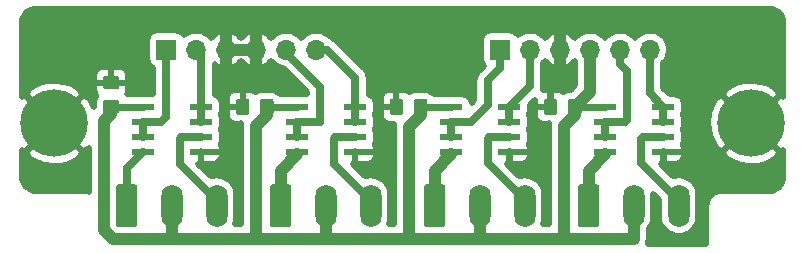
<source format=gbr>
G04 #@! TF.GenerationSoftware,KiCad,Pcbnew,(5.1.5)-3*
G04 #@! TF.CreationDate,2020-03-16T11:49:10-04:00*
G04 #@! TF.ProjectId,Step_Direction_Board,53746570-5f44-4697-9265-6374696f6e5f,rev?*
G04 #@! TF.SameCoordinates,PX7270e00PY78a3ca0*
G04 #@! TF.FileFunction,Copper,L2,Bot*
G04 #@! TF.FilePolarity,Positive*
%FSLAX46Y46*%
G04 Gerber Fmt 4.6, Leading zero omitted, Abs format (unit mm)*
G04 Created by KiCad (PCBNEW (5.1.5)-3) date 2020-03-16 11:49:10*
%MOMM*%
%LPD*%
G04 APERTURE LIST*
%ADD10O,1.700000X1.700000*%
%ADD11R,1.700000X1.700000*%
%ADD12C,0.100000*%
%ADD13R,1.981200X0.558800*%
%ADD14O,1.800000X3.600000*%
%ADD15C,5.700000*%
%ADD16C,1.000000*%
%ADD17C,0.700000*%
%ADD18C,0.600000*%
%ADD19C,0.500000*%
G04 APERTURE END LIST*
D10*
X25200000Y17250000D03*
X22660000Y17250000D03*
X20120000Y17250000D03*
X17580000Y17250000D03*
X15040000Y17250000D03*
D11*
X12500000Y17250000D03*
D10*
X53450000Y17250000D03*
X50910000Y17250000D03*
X48370000Y17250000D03*
X45830000Y17250000D03*
X43290000Y17250000D03*
D11*
X40750000Y17250000D03*
G04 #@! TA.AperFunction,SMDPad,CuDef*
D12*
G36*
X34374505Y13098796D02*
G01*
X34398773Y13095196D01*
X34422572Y13089235D01*
X34445671Y13080970D01*
X34467850Y13070480D01*
X34488893Y13057868D01*
X34508599Y13043253D01*
X34526777Y13026777D01*
X34543253Y13008599D01*
X34557868Y12988893D01*
X34570480Y12967850D01*
X34580970Y12945671D01*
X34589235Y12922572D01*
X34595196Y12898773D01*
X34598796Y12874505D01*
X34600000Y12850001D01*
X34600000Y11949999D01*
X34598796Y11925495D01*
X34595196Y11901227D01*
X34589235Y11877428D01*
X34580970Y11854329D01*
X34570480Y11832150D01*
X34557868Y11811107D01*
X34543253Y11791401D01*
X34526777Y11773223D01*
X34508599Y11756747D01*
X34488893Y11742132D01*
X34467850Y11729520D01*
X34445671Y11719030D01*
X34422572Y11710765D01*
X34398773Y11704804D01*
X34374505Y11701204D01*
X34350001Y11700000D01*
X33699999Y11700000D01*
X33675495Y11701204D01*
X33651227Y11704804D01*
X33627428Y11710765D01*
X33604329Y11719030D01*
X33582150Y11729520D01*
X33561107Y11742132D01*
X33541401Y11756747D01*
X33523223Y11773223D01*
X33506747Y11791401D01*
X33492132Y11811107D01*
X33479520Y11832150D01*
X33469030Y11854329D01*
X33460765Y11877428D01*
X33454804Y11901227D01*
X33451204Y11925495D01*
X33450000Y11949999D01*
X33450000Y12850001D01*
X33451204Y12874505D01*
X33454804Y12898773D01*
X33460765Y12922572D01*
X33469030Y12945671D01*
X33479520Y12967850D01*
X33492132Y12988893D01*
X33506747Y13008599D01*
X33523223Y13026777D01*
X33541401Y13043253D01*
X33561107Y13057868D01*
X33582150Y13070480D01*
X33604329Y13080970D01*
X33627428Y13089235D01*
X33651227Y13095196D01*
X33675495Y13098796D01*
X33699999Y13100000D01*
X34350001Y13100000D01*
X34374505Y13098796D01*
G37*
G04 #@! TD.AperFunction*
G04 #@! TA.AperFunction,SMDPad,CuDef*
G36*
X32324505Y13098796D02*
G01*
X32348773Y13095196D01*
X32372572Y13089235D01*
X32395671Y13080970D01*
X32417850Y13070480D01*
X32438893Y13057868D01*
X32458599Y13043253D01*
X32476777Y13026777D01*
X32493253Y13008599D01*
X32507868Y12988893D01*
X32520480Y12967850D01*
X32530970Y12945671D01*
X32539235Y12922572D01*
X32545196Y12898773D01*
X32548796Y12874505D01*
X32550000Y12850001D01*
X32550000Y11949999D01*
X32548796Y11925495D01*
X32545196Y11901227D01*
X32539235Y11877428D01*
X32530970Y11854329D01*
X32520480Y11832150D01*
X32507868Y11811107D01*
X32493253Y11791401D01*
X32476777Y11773223D01*
X32458599Y11756747D01*
X32438893Y11742132D01*
X32417850Y11729520D01*
X32395671Y11719030D01*
X32372572Y11710765D01*
X32348773Y11704804D01*
X32324505Y11701204D01*
X32300001Y11700000D01*
X31649999Y11700000D01*
X31625495Y11701204D01*
X31601227Y11704804D01*
X31577428Y11710765D01*
X31554329Y11719030D01*
X31532150Y11729520D01*
X31511107Y11742132D01*
X31491401Y11756747D01*
X31473223Y11773223D01*
X31456747Y11791401D01*
X31442132Y11811107D01*
X31429520Y11832150D01*
X31419030Y11854329D01*
X31410765Y11877428D01*
X31404804Y11901227D01*
X31401204Y11925495D01*
X31400000Y11949999D01*
X31400000Y12850001D01*
X31401204Y12874505D01*
X31404804Y12898773D01*
X31410765Y12922572D01*
X31419030Y12945671D01*
X31429520Y12967850D01*
X31442132Y12988893D01*
X31456747Y13008599D01*
X31473223Y13026777D01*
X31491401Y13043253D01*
X31511107Y13057868D01*
X31532150Y13070480D01*
X31554329Y13080970D01*
X31577428Y13089235D01*
X31601227Y13095196D01*
X31625495Y13098796D01*
X31649999Y13100000D01*
X32300001Y13100000D01*
X32324505Y13098796D01*
G37*
G04 #@! TD.AperFunction*
D13*
X36616200Y12405000D03*
X36616200Y11135000D03*
X36616200Y9865000D03*
X36616200Y8595000D03*
X41543800Y8595000D03*
X41543800Y9865000D03*
X41543800Y11135000D03*
X41543800Y12405000D03*
G04 #@! TA.AperFunction,SMDPad,CuDef*
D12*
G36*
X47424505Y13098796D02*
G01*
X47448773Y13095196D01*
X47472572Y13089235D01*
X47495671Y13080970D01*
X47517850Y13070480D01*
X47538893Y13057868D01*
X47558599Y13043253D01*
X47576777Y13026777D01*
X47593253Y13008599D01*
X47607868Y12988893D01*
X47620480Y12967850D01*
X47630970Y12945671D01*
X47639235Y12922572D01*
X47645196Y12898773D01*
X47648796Y12874505D01*
X47650000Y12850001D01*
X47650000Y11949999D01*
X47648796Y11925495D01*
X47645196Y11901227D01*
X47639235Y11877428D01*
X47630970Y11854329D01*
X47620480Y11832150D01*
X47607868Y11811107D01*
X47593253Y11791401D01*
X47576777Y11773223D01*
X47558599Y11756747D01*
X47538893Y11742132D01*
X47517850Y11729520D01*
X47495671Y11719030D01*
X47472572Y11710765D01*
X47448773Y11704804D01*
X47424505Y11701204D01*
X47400001Y11700000D01*
X46749999Y11700000D01*
X46725495Y11701204D01*
X46701227Y11704804D01*
X46677428Y11710765D01*
X46654329Y11719030D01*
X46632150Y11729520D01*
X46611107Y11742132D01*
X46591401Y11756747D01*
X46573223Y11773223D01*
X46556747Y11791401D01*
X46542132Y11811107D01*
X46529520Y11832150D01*
X46519030Y11854329D01*
X46510765Y11877428D01*
X46504804Y11901227D01*
X46501204Y11925495D01*
X46500000Y11949999D01*
X46500000Y12850001D01*
X46501204Y12874505D01*
X46504804Y12898773D01*
X46510765Y12922572D01*
X46519030Y12945671D01*
X46529520Y12967850D01*
X46542132Y12988893D01*
X46556747Y13008599D01*
X46573223Y13026777D01*
X46591401Y13043253D01*
X46611107Y13057868D01*
X46632150Y13070480D01*
X46654329Y13080970D01*
X46677428Y13089235D01*
X46701227Y13095196D01*
X46725495Y13098796D01*
X46749999Y13100000D01*
X47400001Y13100000D01*
X47424505Y13098796D01*
G37*
G04 #@! TD.AperFunction*
G04 #@! TA.AperFunction,SMDPad,CuDef*
G36*
X45374505Y13098796D02*
G01*
X45398773Y13095196D01*
X45422572Y13089235D01*
X45445671Y13080970D01*
X45467850Y13070480D01*
X45488893Y13057868D01*
X45508599Y13043253D01*
X45526777Y13026777D01*
X45543253Y13008599D01*
X45557868Y12988893D01*
X45570480Y12967850D01*
X45580970Y12945671D01*
X45589235Y12922572D01*
X45595196Y12898773D01*
X45598796Y12874505D01*
X45600000Y12850001D01*
X45600000Y11949999D01*
X45598796Y11925495D01*
X45595196Y11901227D01*
X45589235Y11877428D01*
X45580970Y11854329D01*
X45570480Y11832150D01*
X45557868Y11811107D01*
X45543253Y11791401D01*
X45526777Y11773223D01*
X45508599Y11756747D01*
X45488893Y11742132D01*
X45467850Y11729520D01*
X45445671Y11719030D01*
X45422572Y11710765D01*
X45398773Y11704804D01*
X45374505Y11701204D01*
X45350001Y11700000D01*
X44699999Y11700000D01*
X44675495Y11701204D01*
X44651227Y11704804D01*
X44627428Y11710765D01*
X44604329Y11719030D01*
X44582150Y11729520D01*
X44561107Y11742132D01*
X44541401Y11756747D01*
X44523223Y11773223D01*
X44506747Y11791401D01*
X44492132Y11811107D01*
X44479520Y11832150D01*
X44469030Y11854329D01*
X44460765Y11877428D01*
X44454804Y11901227D01*
X44451204Y11925495D01*
X44450000Y11949999D01*
X44450000Y12850001D01*
X44451204Y12874505D01*
X44454804Y12898773D01*
X44460765Y12922572D01*
X44469030Y12945671D01*
X44479520Y12967850D01*
X44492132Y12988893D01*
X44506747Y13008599D01*
X44523223Y13026777D01*
X44541401Y13043253D01*
X44561107Y13057868D01*
X44582150Y13070480D01*
X44604329Y13080970D01*
X44627428Y13089235D01*
X44651227Y13095196D01*
X44675495Y13098796D01*
X44699999Y13100000D01*
X45350001Y13100000D01*
X45374505Y13098796D01*
G37*
G04 #@! TD.AperFunction*
G04 #@! TA.AperFunction,SMDPad,CuDef*
G36*
X21349505Y13098796D02*
G01*
X21373773Y13095196D01*
X21397572Y13089235D01*
X21420671Y13080970D01*
X21442850Y13070480D01*
X21463893Y13057868D01*
X21483599Y13043253D01*
X21501777Y13026777D01*
X21518253Y13008599D01*
X21532868Y12988893D01*
X21545480Y12967850D01*
X21555970Y12945671D01*
X21564235Y12922572D01*
X21570196Y12898773D01*
X21573796Y12874505D01*
X21575000Y12850001D01*
X21575000Y11949999D01*
X21573796Y11925495D01*
X21570196Y11901227D01*
X21564235Y11877428D01*
X21555970Y11854329D01*
X21545480Y11832150D01*
X21532868Y11811107D01*
X21518253Y11791401D01*
X21501777Y11773223D01*
X21483599Y11756747D01*
X21463893Y11742132D01*
X21442850Y11729520D01*
X21420671Y11719030D01*
X21397572Y11710765D01*
X21373773Y11704804D01*
X21349505Y11701204D01*
X21325001Y11700000D01*
X20674999Y11700000D01*
X20650495Y11701204D01*
X20626227Y11704804D01*
X20602428Y11710765D01*
X20579329Y11719030D01*
X20557150Y11729520D01*
X20536107Y11742132D01*
X20516401Y11756747D01*
X20498223Y11773223D01*
X20481747Y11791401D01*
X20467132Y11811107D01*
X20454520Y11832150D01*
X20444030Y11854329D01*
X20435765Y11877428D01*
X20429804Y11901227D01*
X20426204Y11925495D01*
X20425000Y11949999D01*
X20425000Y12850001D01*
X20426204Y12874505D01*
X20429804Y12898773D01*
X20435765Y12922572D01*
X20444030Y12945671D01*
X20454520Y12967850D01*
X20467132Y12988893D01*
X20481747Y13008599D01*
X20498223Y13026777D01*
X20516401Y13043253D01*
X20536107Y13057868D01*
X20557150Y13070480D01*
X20579329Y13080970D01*
X20602428Y13089235D01*
X20626227Y13095196D01*
X20650495Y13098796D01*
X20674999Y13100000D01*
X21325001Y13100000D01*
X21349505Y13098796D01*
G37*
G04 #@! TD.AperFunction*
G04 #@! TA.AperFunction,SMDPad,CuDef*
G36*
X19299505Y13098796D02*
G01*
X19323773Y13095196D01*
X19347572Y13089235D01*
X19370671Y13080970D01*
X19392850Y13070480D01*
X19413893Y13057868D01*
X19433599Y13043253D01*
X19451777Y13026777D01*
X19468253Y13008599D01*
X19482868Y12988893D01*
X19495480Y12967850D01*
X19505970Y12945671D01*
X19514235Y12922572D01*
X19520196Y12898773D01*
X19523796Y12874505D01*
X19525000Y12850001D01*
X19525000Y11949999D01*
X19523796Y11925495D01*
X19520196Y11901227D01*
X19514235Y11877428D01*
X19505970Y11854329D01*
X19495480Y11832150D01*
X19482868Y11811107D01*
X19468253Y11791401D01*
X19451777Y11773223D01*
X19433599Y11756747D01*
X19413893Y11742132D01*
X19392850Y11729520D01*
X19370671Y11719030D01*
X19347572Y11710765D01*
X19323773Y11704804D01*
X19299505Y11701204D01*
X19275001Y11700000D01*
X18624999Y11700000D01*
X18600495Y11701204D01*
X18576227Y11704804D01*
X18552428Y11710765D01*
X18529329Y11719030D01*
X18507150Y11729520D01*
X18486107Y11742132D01*
X18466401Y11756747D01*
X18448223Y11773223D01*
X18431747Y11791401D01*
X18417132Y11811107D01*
X18404520Y11832150D01*
X18394030Y11854329D01*
X18385765Y11877428D01*
X18379804Y11901227D01*
X18376204Y11925495D01*
X18375000Y11949999D01*
X18375000Y12850001D01*
X18376204Y12874505D01*
X18379804Y12898773D01*
X18385765Y12922572D01*
X18394030Y12945671D01*
X18404520Y12967850D01*
X18417132Y12988893D01*
X18431747Y13008599D01*
X18448223Y13026777D01*
X18466401Y13043253D01*
X18486107Y13057868D01*
X18507150Y13070480D01*
X18529329Y13080970D01*
X18552428Y13089235D01*
X18576227Y13095196D01*
X18600495Y13098796D01*
X18624999Y13100000D01*
X19275001Y13100000D01*
X19299505Y13098796D01*
G37*
G04 #@! TD.AperFunction*
G04 #@! TA.AperFunction,SMDPad,CuDef*
G36*
X8299505Y12973796D02*
G01*
X8323773Y12970196D01*
X8347572Y12964235D01*
X8370671Y12955970D01*
X8392850Y12945480D01*
X8413893Y12932868D01*
X8433599Y12918253D01*
X8451777Y12901777D01*
X8468253Y12883599D01*
X8482868Y12863893D01*
X8495480Y12842850D01*
X8505970Y12820671D01*
X8514235Y12797572D01*
X8520196Y12773773D01*
X8523796Y12749505D01*
X8525000Y12725001D01*
X8525000Y12074999D01*
X8523796Y12050495D01*
X8520196Y12026227D01*
X8514235Y12002428D01*
X8505970Y11979329D01*
X8495480Y11957150D01*
X8482868Y11936107D01*
X8468253Y11916401D01*
X8451777Y11898223D01*
X8433599Y11881747D01*
X8413893Y11867132D01*
X8392850Y11854520D01*
X8370671Y11844030D01*
X8347572Y11835765D01*
X8323773Y11829804D01*
X8299505Y11826204D01*
X8275001Y11825000D01*
X7374999Y11825000D01*
X7350495Y11826204D01*
X7326227Y11829804D01*
X7302428Y11835765D01*
X7279329Y11844030D01*
X7257150Y11854520D01*
X7236107Y11867132D01*
X7216401Y11881747D01*
X7198223Y11898223D01*
X7181747Y11916401D01*
X7167132Y11936107D01*
X7154520Y11957150D01*
X7144030Y11979329D01*
X7135765Y12002428D01*
X7129804Y12026227D01*
X7126204Y12050495D01*
X7125000Y12074999D01*
X7125000Y12725001D01*
X7126204Y12749505D01*
X7129804Y12773773D01*
X7135765Y12797572D01*
X7144030Y12820671D01*
X7154520Y12842850D01*
X7167132Y12863893D01*
X7181747Y12883599D01*
X7198223Y12901777D01*
X7216401Y12918253D01*
X7236107Y12932868D01*
X7257150Y12945480D01*
X7279329Y12955970D01*
X7302428Y12964235D01*
X7326227Y12970196D01*
X7350495Y12973796D01*
X7374999Y12975000D01*
X8275001Y12975000D01*
X8299505Y12973796D01*
G37*
G04 #@! TD.AperFunction*
G04 #@! TA.AperFunction,SMDPad,CuDef*
G36*
X8299505Y15023796D02*
G01*
X8323773Y15020196D01*
X8347572Y15014235D01*
X8370671Y15005970D01*
X8392850Y14995480D01*
X8413893Y14982868D01*
X8433599Y14968253D01*
X8451777Y14951777D01*
X8468253Y14933599D01*
X8482868Y14913893D01*
X8495480Y14892850D01*
X8505970Y14870671D01*
X8514235Y14847572D01*
X8520196Y14823773D01*
X8523796Y14799505D01*
X8525000Y14775001D01*
X8525000Y14124999D01*
X8523796Y14100495D01*
X8520196Y14076227D01*
X8514235Y14052428D01*
X8505970Y14029329D01*
X8495480Y14007150D01*
X8482868Y13986107D01*
X8468253Y13966401D01*
X8451777Y13948223D01*
X8433599Y13931747D01*
X8413893Y13917132D01*
X8392850Y13904520D01*
X8370671Y13894030D01*
X8347572Y13885765D01*
X8323773Y13879804D01*
X8299505Y13876204D01*
X8275001Y13875000D01*
X7374999Y13875000D01*
X7350495Y13876204D01*
X7326227Y13879804D01*
X7302428Y13885765D01*
X7279329Y13894030D01*
X7257150Y13904520D01*
X7236107Y13917132D01*
X7216401Y13931747D01*
X7198223Y13948223D01*
X7181747Y13966401D01*
X7167132Y13986107D01*
X7154520Y14007150D01*
X7144030Y14029329D01*
X7135765Y14052428D01*
X7129804Y14076227D01*
X7126204Y14100495D01*
X7125000Y14124999D01*
X7125000Y14775001D01*
X7126204Y14799505D01*
X7129804Y14823773D01*
X7135765Y14847572D01*
X7144030Y14870671D01*
X7154520Y14892850D01*
X7167132Y14913893D01*
X7181747Y14933599D01*
X7198223Y14951777D01*
X7216401Y14968253D01*
X7236107Y14982868D01*
X7257150Y14995480D01*
X7279329Y15005970D01*
X7302428Y15014235D01*
X7326227Y15020196D01*
X7350495Y15023796D01*
X7374999Y15025000D01*
X8275001Y15025000D01*
X8299505Y15023796D01*
G37*
G04 #@! TD.AperFunction*
D14*
X42831055Y4036653D03*
X39021055Y4036653D03*
G04 #@! TA.AperFunction,ComponentPad*
D12*
G36*
X35885559Y5835449D02*
G01*
X35909828Y5831849D01*
X35933626Y5825888D01*
X35956726Y5817623D01*
X35978904Y5807133D01*
X35999948Y5794520D01*
X36019653Y5779906D01*
X36037832Y5763430D01*
X36054308Y5745251D01*
X36068922Y5725546D01*
X36081535Y5704502D01*
X36092025Y5682324D01*
X36100290Y5659224D01*
X36106251Y5635426D01*
X36109851Y5611157D01*
X36111055Y5586653D01*
X36111055Y2486653D01*
X36109851Y2462149D01*
X36106251Y2437880D01*
X36100290Y2414082D01*
X36092025Y2390982D01*
X36081535Y2368804D01*
X36068922Y2347760D01*
X36054308Y2328055D01*
X36037832Y2309876D01*
X36019653Y2293400D01*
X35999948Y2278786D01*
X35978904Y2266173D01*
X35956726Y2255683D01*
X35933626Y2247418D01*
X35909828Y2241457D01*
X35885559Y2237857D01*
X35861055Y2236653D01*
X34561055Y2236653D01*
X34536551Y2237857D01*
X34512282Y2241457D01*
X34488484Y2247418D01*
X34465384Y2255683D01*
X34443206Y2266173D01*
X34422162Y2278786D01*
X34402457Y2293400D01*
X34384278Y2309876D01*
X34367802Y2328055D01*
X34353188Y2347760D01*
X34340575Y2368804D01*
X34330085Y2390982D01*
X34321820Y2414082D01*
X34315859Y2437880D01*
X34312259Y2462149D01*
X34311055Y2486653D01*
X34311055Y5586653D01*
X34312259Y5611157D01*
X34315859Y5635426D01*
X34321820Y5659224D01*
X34330085Y5682324D01*
X34340575Y5704502D01*
X34353188Y5725546D01*
X34367802Y5745251D01*
X34384278Y5763430D01*
X34402457Y5779906D01*
X34422162Y5794520D01*
X34443206Y5807133D01*
X34465384Y5817623D01*
X34488484Y5825888D01*
X34512282Y5831849D01*
X34536551Y5835449D01*
X34561055Y5836653D01*
X35861055Y5836653D01*
X35885559Y5835449D01*
G37*
G04 #@! TD.AperFunction*
D14*
X55871055Y4036653D03*
X52061055Y4036653D03*
G04 #@! TA.AperFunction,ComponentPad*
D12*
G36*
X48925559Y5835449D02*
G01*
X48949828Y5831849D01*
X48973626Y5825888D01*
X48996726Y5817623D01*
X49018904Y5807133D01*
X49039948Y5794520D01*
X49059653Y5779906D01*
X49077832Y5763430D01*
X49094308Y5745251D01*
X49108922Y5725546D01*
X49121535Y5704502D01*
X49132025Y5682324D01*
X49140290Y5659224D01*
X49146251Y5635426D01*
X49149851Y5611157D01*
X49151055Y5586653D01*
X49151055Y2486653D01*
X49149851Y2462149D01*
X49146251Y2437880D01*
X49140290Y2414082D01*
X49132025Y2390982D01*
X49121535Y2368804D01*
X49108922Y2347760D01*
X49094308Y2328055D01*
X49077832Y2309876D01*
X49059653Y2293400D01*
X49039948Y2278786D01*
X49018904Y2266173D01*
X48996726Y2255683D01*
X48973626Y2247418D01*
X48949828Y2241457D01*
X48925559Y2237857D01*
X48901055Y2236653D01*
X47601055Y2236653D01*
X47576551Y2237857D01*
X47552282Y2241457D01*
X47528484Y2247418D01*
X47505384Y2255683D01*
X47483206Y2266173D01*
X47462162Y2278786D01*
X47442457Y2293400D01*
X47424278Y2309876D01*
X47407802Y2328055D01*
X47393188Y2347760D01*
X47380575Y2368804D01*
X47370085Y2390982D01*
X47361820Y2414082D01*
X47355859Y2437880D01*
X47352259Y2462149D01*
X47351055Y2486653D01*
X47351055Y5586653D01*
X47352259Y5611157D01*
X47355859Y5635426D01*
X47361820Y5659224D01*
X47370085Y5682324D01*
X47380575Y5704502D01*
X47393188Y5725546D01*
X47407802Y5745251D01*
X47424278Y5763430D01*
X47442457Y5779906D01*
X47462162Y5794520D01*
X47483206Y5807133D01*
X47505384Y5817623D01*
X47528484Y5825888D01*
X47552282Y5831849D01*
X47576551Y5835449D01*
X47601055Y5836653D01*
X48901055Y5836653D01*
X48925559Y5835449D01*
G37*
G04 #@! TD.AperFunction*
D14*
X29791055Y4036653D03*
X25981055Y4036653D03*
G04 #@! TA.AperFunction,ComponentPad*
D12*
G36*
X22845559Y5835449D02*
G01*
X22869828Y5831849D01*
X22893626Y5825888D01*
X22916726Y5817623D01*
X22938904Y5807133D01*
X22959948Y5794520D01*
X22979653Y5779906D01*
X22997832Y5763430D01*
X23014308Y5745251D01*
X23028922Y5725546D01*
X23041535Y5704502D01*
X23052025Y5682324D01*
X23060290Y5659224D01*
X23066251Y5635426D01*
X23069851Y5611157D01*
X23071055Y5586653D01*
X23071055Y2486653D01*
X23069851Y2462149D01*
X23066251Y2437880D01*
X23060290Y2414082D01*
X23052025Y2390982D01*
X23041535Y2368804D01*
X23028922Y2347760D01*
X23014308Y2328055D01*
X22997832Y2309876D01*
X22979653Y2293400D01*
X22959948Y2278786D01*
X22938904Y2266173D01*
X22916726Y2255683D01*
X22893626Y2247418D01*
X22869828Y2241457D01*
X22845559Y2237857D01*
X22821055Y2236653D01*
X21521055Y2236653D01*
X21496551Y2237857D01*
X21472282Y2241457D01*
X21448484Y2247418D01*
X21425384Y2255683D01*
X21403206Y2266173D01*
X21382162Y2278786D01*
X21362457Y2293400D01*
X21344278Y2309876D01*
X21327802Y2328055D01*
X21313188Y2347760D01*
X21300575Y2368804D01*
X21290085Y2390982D01*
X21281820Y2414082D01*
X21275859Y2437880D01*
X21272259Y2462149D01*
X21271055Y2486653D01*
X21271055Y5586653D01*
X21272259Y5611157D01*
X21275859Y5635426D01*
X21281820Y5659224D01*
X21290085Y5682324D01*
X21300575Y5704502D01*
X21313188Y5725546D01*
X21327802Y5745251D01*
X21344278Y5763430D01*
X21362457Y5779906D01*
X21382162Y5794520D01*
X21403206Y5807133D01*
X21425384Y5817623D01*
X21448484Y5825888D01*
X21472282Y5831849D01*
X21496551Y5835449D01*
X21521055Y5836653D01*
X22821055Y5836653D01*
X22845559Y5835449D01*
G37*
G04 #@! TD.AperFunction*
D14*
X16751055Y4036653D03*
X12941055Y4036653D03*
G04 #@! TA.AperFunction,ComponentPad*
D12*
G36*
X9805559Y5835449D02*
G01*
X9829828Y5831849D01*
X9853626Y5825888D01*
X9876726Y5817623D01*
X9898904Y5807133D01*
X9919948Y5794520D01*
X9939653Y5779906D01*
X9957832Y5763430D01*
X9974308Y5745251D01*
X9988922Y5725546D01*
X10001535Y5704502D01*
X10012025Y5682324D01*
X10020290Y5659224D01*
X10026251Y5635426D01*
X10029851Y5611157D01*
X10031055Y5586653D01*
X10031055Y2486653D01*
X10029851Y2462149D01*
X10026251Y2437880D01*
X10020290Y2414082D01*
X10012025Y2390982D01*
X10001535Y2368804D01*
X9988922Y2347760D01*
X9974308Y2328055D01*
X9957832Y2309876D01*
X9939653Y2293400D01*
X9919948Y2278786D01*
X9898904Y2266173D01*
X9876726Y2255683D01*
X9853626Y2247418D01*
X9829828Y2241457D01*
X9805559Y2237857D01*
X9781055Y2236653D01*
X8481055Y2236653D01*
X8456551Y2237857D01*
X8432282Y2241457D01*
X8408484Y2247418D01*
X8385384Y2255683D01*
X8363206Y2266173D01*
X8342162Y2278786D01*
X8322457Y2293400D01*
X8304278Y2309876D01*
X8287802Y2328055D01*
X8273188Y2347760D01*
X8260575Y2368804D01*
X8250085Y2390982D01*
X8241820Y2414082D01*
X8235859Y2437880D01*
X8232259Y2462149D01*
X8231055Y2486653D01*
X8231055Y5586653D01*
X8232259Y5611157D01*
X8235859Y5635426D01*
X8241820Y5659224D01*
X8250085Y5682324D01*
X8260575Y5704502D01*
X8273188Y5725546D01*
X8287802Y5745251D01*
X8304278Y5763430D01*
X8322457Y5779906D01*
X8342162Y5794520D01*
X8363206Y5807133D01*
X8385384Y5817623D01*
X8408484Y5825888D01*
X8432282Y5831849D01*
X8456551Y5835449D01*
X8481055Y5836653D01*
X9781055Y5836653D01*
X9805559Y5835449D01*
G37*
G04 #@! TD.AperFunction*
D13*
X49656200Y12405000D03*
X49656200Y11135000D03*
X49656200Y9865000D03*
X49656200Y8595000D03*
X54583800Y8595000D03*
X54583800Y9865000D03*
X54583800Y11135000D03*
X54583800Y12405000D03*
X23576200Y12405000D03*
X23576200Y11135000D03*
X23576200Y9865000D03*
X23576200Y8595000D03*
X28503800Y8595000D03*
X28503800Y9865000D03*
X28503800Y11135000D03*
X28503800Y12405000D03*
X10536200Y12405000D03*
X10536200Y11135000D03*
X10536200Y9865000D03*
X10536200Y8595000D03*
X15463800Y8595000D03*
X15463800Y9865000D03*
X15463800Y11135000D03*
X15463800Y12405000D03*
D15*
X62000000Y11000000D03*
X3000000Y11000000D03*
D16*
X12951065Y1226643D02*
X12941055Y1236653D01*
X12941055Y1236653D02*
X12941055Y4036653D01*
X25981055Y4036653D02*
X25981055Y1226643D01*
X39021055Y4036653D02*
X39021055Y1226643D01*
D17*
X47005000Y12405000D02*
X47000000Y12400000D01*
D16*
X12931045Y1226643D02*
X12941055Y1236653D01*
X7959139Y1226643D02*
X12931045Y1226643D01*
X7221045Y1964737D02*
X7959139Y1226643D01*
X7221045Y11221045D02*
X7221045Y1964737D01*
X7825000Y11825000D02*
X7221045Y11221045D01*
X7825000Y12400000D02*
X7825000Y11825000D01*
X34025000Y11700000D02*
X34025000Y12400000D01*
X33048357Y10723357D02*
X34025000Y11700000D01*
X33048357Y1226643D02*
X33048357Y10723357D01*
X33048357Y1226643D02*
X21276643Y1226643D01*
X47075000Y11700000D02*
X47075000Y12400000D01*
X46176643Y10801643D02*
X47075000Y11700000D01*
X46176643Y1226643D02*
X46176643Y10801643D01*
X46176643Y1226643D02*
X33048357Y1226643D01*
X21000000Y11700000D02*
X21000000Y12400000D01*
X20076643Y1226643D02*
X20076643Y10776643D01*
X20076643Y1226643D02*
X12951065Y1226643D01*
X20076643Y10776643D02*
X21000000Y11700000D01*
X21276643Y1226643D02*
X20076643Y1226643D01*
X52061055Y1226643D02*
X52061055Y4036653D01*
X46176643Y1226643D02*
X52061055Y1226643D01*
X48370000Y13695000D02*
X47075000Y12400000D01*
X48370000Y17250000D02*
X48370000Y13695000D01*
D18*
X7830000Y12405000D02*
X7825000Y12400000D01*
X10536200Y12405000D02*
X7830000Y12405000D01*
X21005000Y12405000D02*
X21000000Y12400000D01*
X23576200Y12405000D02*
X21005000Y12405000D01*
X34030000Y12405000D02*
X34025000Y12400000D01*
X36616200Y12405000D02*
X34030000Y12405000D01*
X47080000Y12405000D02*
X47075000Y12400000D01*
X49656200Y12405000D02*
X47080000Y12405000D01*
D16*
X20120000Y17250000D02*
X20120000Y19500000D01*
X20120000Y17250000D02*
X20120000Y15500000D01*
X17580000Y17250000D02*
X17580000Y19500000D01*
X17580000Y17250000D02*
X17580000Y15500000D01*
X20120000Y17250000D02*
X17580000Y17250000D01*
X45830000Y17250000D02*
X45830000Y19000000D01*
X45830000Y17250000D02*
X45830000Y15500000D01*
D17*
X23576200Y11135000D02*
X23576200Y9865000D01*
X28503800Y12405000D02*
X28503800Y11135000D01*
X15463800Y11135000D02*
X15463800Y12405000D01*
X10536200Y9865000D02*
X10536200Y11135000D01*
X41543800Y12405000D02*
X41543800Y11135000D01*
X36616200Y11135000D02*
X36616200Y9865000D01*
X13613199Y9704999D02*
X13773200Y9865000D01*
X13773200Y9865000D02*
X15463800Y9865000D01*
X16751055Y4448945D02*
X13613199Y7586801D01*
X13613199Y7586801D02*
X13613199Y9704999D01*
X16751055Y4036653D02*
X16751055Y4448945D01*
X26653199Y7596801D02*
X26653199Y9704999D01*
X26813200Y9865000D02*
X28503800Y9865000D01*
X26653199Y9704999D02*
X26813200Y9865000D01*
X29791055Y4458945D02*
X26653199Y7596801D01*
X29791055Y4036653D02*
X29791055Y4458945D01*
X39853200Y9865000D02*
X41543800Y9865000D01*
X39693199Y9704999D02*
X39853200Y9865000D01*
X39693199Y7627599D02*
X39693199Y9704999D01*
X42831055Y4489743D02*
X39693199Y7627599D01*
X42831055Y4036653D02*
X42831055Y4489743D01*
X52893200Y9865000D02*
X54583800Y9865000D01*
X52716811Y9688611D02*
X52893200Y9865000D01*
X52716811Y7608189D02*
X52716811Y9688611D01*
X55871055Y4036653D02*
X55871055Y4453945D01*
X55871055Y4453945D02*
X52716811Y7608189D01*
X9131055Y7189855D02*
X10536200Y8595000D01*
X9131055Y4036653D02*
X9131055Y7189855D01*
D16*
X22171055Y6969246D02*
X23576200Y8374391D01*
X22171055Y4036653D02*
X22171055Y6969246D01*
X35211055Y6969246D02*
X36616200Y8374391D01*
X35211055Y4036653D02*
X35211055Y6969246D01*
X48251055Y6969246D02*
X49656200Y8374391D01*
X48251055Y4036653D02*
X48251055Y6969246D01*
D17*
X53450000Y13538800D02*
X54583800Y12405000D01*
X53450000Y17250000D02*
X53450000Y13538800D01*
X54583800Y12405000D02*
X54583800Y11135000D01*
X51346800Y11135000D02*
X49656200Y11135000D01*
X51506801Y15451118D02*
X51506801Y11295001D01*
X50910000Y16047919D02*
X51506801Y15451118D01*
X51506801Y11295001D02*
X51346800Y11135000D01*
X50910000Y17250000D02*
X50910000Y16047919D01*
X49656200Y11135000D02*
X49656200Y9865000D01*
X43290000Y14151200D02*
X43290000Y17250000D01*
X41543800Y12405000D02*
X43290000Y14151200D01*
X38306800Y11135000D02*
X36616200Y11135000D01*
X39693199Y14643199D02*
X39693199Y12521399D01*
X40750000Y15700000D02*
X39693199Y14643199D01*
X39693199Y12521399D02*
X38306800Y11135000D01*
X40750000Y17250000D02*
X40750000Y15700000D01*
X28503800Y12405000D02*
X28503800Y14500000D01*
X28503800Y14858281D02*
X28503800Y14500000D01*
X26112081Y17250000D02*
X28503800Y14858281D01*
X24910000Y17250000D02*
X26112081Y17250000D01*
X25500000Y14120000D02*
X22370000Y17250000D01*
X23576200Y11135000D02*
X25500000Y11135000D01*
X25500000Y11135000D02*
X25500000Y14120000D01*
X15463800Y16826200D02*
X15040000Y17250000D01*
X15463800Y12405000D02*
X15463800Y16826200D01*
X12500000Y15700000D02*
X12500000Y17250000D01*
X12500000Y11550798D02*
X12500000Y15700000D01*
X12084202Y11135000D02*
X12500000Y11550798D01*
X10536200Y11135000D02*
X12084202Y11135000D01*
D19*
G36*
X63735260Y20688168D02*
G01*
X63961568Y20619842D01*
X64170288Y20508863D01*
X64353478Y20359456D01*
X64504162Y20177312D01*
X64616592Y19969376D01*
X64686496Y19743553D01*
X64715001Y19472344D01*
X64715001Y13260341D01*
X64434189Y13427118D01*
X62007071Y11000000D01*
X64434189Y8572882D01*
X64715000Y8739659D01*
X64715000Y6538388D01*
X64688168Y6264738D01*
X64619843Y6038435D01*
X64508864Y5829712D01*
X64359458Y5646523D01*
X64177314Y5495841D01*
X63969377Y5383409D01*
X63743552Y5313504D01*
X63472353Y5285000D01*
X59461439Y5285000D01*
X59428305Y5281736D01*
X59425364Y5281757D01*
X59414456Y5280688D01*
X59366691Y5275668D01*
X59346113Y5273641D01*
X59345427Y5273433D01*
X59317407Y5270488D01*
X59247691Y5256178D01*
X59177824Y5242849D01*
X59167331Y5239682D01*
X59074112Y5210826D01*
X59008464Y5183230D01*
X58942551Y5156599D01*
X58932881Y5151458D01*
X58932878Y5151457D01*
X58932876Y5151455D01*
X58932873Y5151454D01*
X58847035Y5105041D01*
X58788022Y5065236D01*
X58728519Y5026298D01*
X58720027Y5019373D01*
X58720023Y5019370D01*
X58720019Y5019366D01*
X58644836Y4957169D01*
X58594684Y4906665D01*
X58543874Y4856909D01*
X58536888Y4848465D01*
X58536882Y4848459D01*
X58536877Y4848452D01*
X58475212Y4772844D01*
X58435836Y4713580D01*
X58395636Y4654868D01*
X58390423Y4645227D01*
X58344611Y4559066D01*
X58317489Y4493263D01*
X58289474Y4427898D01*
X58286232Y4417428D01*
X58258027Y4324010D01*
X58244209Y4254224D01*
X58229414Y4184617D01*
X58228268Y4173717D01*
X58218746Y4076599D01*
X58218746Y4076593D01*
X58215000Y4038560D01*
X58215001Y785000D01*
X53243780Y785000D01*
X53302823Y979640D01*
X53327151Y1226643D01*
X53321055Y1288536D01*
X53321055Y2055294D01*
X53447973Y2209944D01*
X53602116Y2498325D01*
X53697036Y2811236D01*
X53721055Y3055103D01*
X53721055Y5018203D01*
X53719311Y5035913D01*
X54211055Y4544168D01*
X54211055Y3055103D01*
X54235075Y2811236D01*
X54329995Y2498325D01*
X54484138Y2209944D01*
X54691579Y1957176D01*
X54944347Y1749735D01*
X55232728Y1595592D01*
X55545639Y1500672D01*
X55871055Y1468621D01*
X56196472Y1500672D01*
X56509383Y1595592D01*
X56797764Y1749735D01*
X57050532Y1957176D01*
X57257973Y2209944D01*
X57412116Y2498325D01*
X57507036Y2811236D01*
X57531055Y3055103D01*
X57531055Y5018203D01*
X57507036Y5262070D01*
X57412116Y5574981D01*
X57257973Y5863362D01*
X57050532Y6116130D01*
X56797763Y6323571D01*
X56509382Y6477714D01*
X56196471Y6572634D01*
X55871055Y6604685D01*
X55545638Y6572634D01*
X55374160Y6520617D01*
X54339405Y7555372D01*
X54388800Y7555600D01*
X54578800Y7745600D01*
X54578800Y8590000D01*
X54588800Y8590000D01*
X54588800Y7745600D01*
X54778800Y7555600D01*
X55574400Y7551923D01*
X55723386Y7566597D01*
X55866647Y7610054D01*
X55998676Y7680626D01*
X56114401Y7775599D01*
X56209374Y7891324D01*
X56279946Y8023353D01*
X56323403Y8166614D01*
X56338077Y8315600D01*
X56334400Y8400000D01*
X56168589Y8565811D01*
X59572882Y8565811D01*
X59871875Y8062381D01*
X60485867Y7703650D01*
X61158047Y7471596D01*
X61862583Y7375137D01*
X62572399Y7417979D01*
X63260218Y7598476D01*
X63899608Y7909692D01*
X64128125Y8062381D01*
X64427118Y8565811D01*
X62000000Y10992929D01*
X59572882Y8565811D01*
X56168589Y8565811D01*
X56144400Y8590000D01*
X54588800Y8590000D01*
X54578800Y8590000D01*
X54558800Y8590000D01*
X54558800Y8600000D01*
X54578800Y8600000D01*
X54578800Y8620000D01*
X54588800Y8620000D01*
X54588800Y8600000D01*
X56144400Y8600000D01*
X56334400Y8790000D01*
X56338077Y8874400D01*
X56323403Y9023386D01*
X56279946Y9166647D01*
X56246083Y9230000D01*
X56279946Y9293353D01*
X56323403Y9436614D01*
X56338077Y9585600D01*
X56338077Y10144400D01*
X56323403Y10293386D01*
X56279946Y10436647D01*
X56246083Y10500000D01*
X56279946Y10563353D01*
X56323403Y10706614D01*
X56338077Y10855600D01*
X56338077Y11137417D01*
X58375137Y11137417D01*
X58417979Y10427601D01*
X58598476Y9739782D01*
X58909692Y9100392D01*
X59062381Y8871875D01*
X59565811Y8572882D01*
X61992929Y11000000D01*
X59565811Y13427118D01*
X59062381Y13128125D01*
X58703650Y12514133D01*
X58471596Y11841953D01*
X58375137Y11137417D01*
X56338077Y11137417D01*
X56338077Y11414400D01*
X56323403Y11563386D01*
X56279946Y11706647D01*
X56246083Y11770000D01*
X56279946Y11833353D01*
X56323403Y11976614D01*
X56338077Y12125600D01*
X56338077Y12684400D01*
X56323403Y12833386D01*
X56279946Y12976647D01*
X56209374Y13108676D01*
X56114401Y13224401D01*
X55998676Y13319374D01*
X55866647Y13389946D01*
X55723386Y13433403D01*
X55715406Y13434189D01*
X59572882Y13434189D01*
X62000000Y11007071D01*
X64427118Y13434189D01*
X64128125Y13937619D01*
X63514133Y14296350D01*
X62841953Y14528404D01*
X62137417Y14624863D01*
X61427601Y14582021D01*
X60739782Y14401524D01*
X60100392Y14090308D01*
X59871875Y13937619D01*
X59572882Y13434189D01*
X55715406Y13434189D01*
X55574400Y13448077D01*
X55110500Y13448077D01*
X54560000Y13998576D01*
X54560000Y16083116D01*
X54700569Y16223685D01*
X54876763Y16487379D01*
X54998129Y16780380D01*
X55060000Y17091429D01*
X55060000Y17408571D01*
X54998129Y17719620D01*
X54876763Y18012621D01*
X54700569Y18276315D01*
X54476315Y18500569D01*
X54212621Y18676763D01*
X53919620Y18798129D01*
X53608571Y18860000D01*
X53291429Y18860000D01*
X52980380Y18798129D01*
X52687379Y18676763D01*
X52423685Y18500569D01*
X52199431Y18276315D01*
X52180000Y18247234D01*
X52160569Y18276315D01*
X51936315Y18500569D01*
X51672621Y18676763D01*
X51379620Y18798129D01*
X51068571Y18860000D01*
X50751429Y18860000D01*
X50440380Y18798129D01*
X50147379Y18676763D01*
X49883685Y18500569D01*
X49659431Y18276315D01*
X49640000Y18247234D01*
X49620569Y18276315D01*
X49396315Y18500569D01*
X49132621Y18676763D01*
X48839620Y18798129D01*
X48528571Y18860000D01*
X48211429Y18860000D01*
X47900380Y18798129D01*
X47607379Y18676763D01*
X47343685Y18500569D01*
X47119431Y18276315D01*
X47092765Y18236406D01*
X47008859Y18346536D01*
X46772284Y18555450D01*
X46499498Y18714197D01*
X46200983Y18816675D01*
X46086797Y18839388D01*
X45835000Y18669991D01*
X45835000Y17255000D01*
X45855000Y17255000D01*
X45855000Y17245000D01*
X45835000Y17245000D01*
X45835000Y15830009D01*
X46086797Y15660612D01*
X46200983Y15683325D01*
X46499498Y15785803D01*
X46772284Y15944550D01*
X47008859Y16153464D01*
X47092765Y16263594D01*
X47110000Y16237799D01*
X47110001Y14216910D01*
X46756769Y13863677D01*
X46749999Y13863677D01*
X46552241Y13844199D01*
X46362082Y13786516D01*
X46186831Y13692842D01*
X46131223Y13647205D01*
X46024276Y13734974D01*
X45892247Y13805546D01*
X45748986Y13849003D01*
X45600000Y13863677D01*
X45220000Y13860000D01*
X45030000Y13670000D01*
X45030000Y12405000D01*
X45050000Y12405000D01*
X45050000Y12395000D01*
X45030000Y12395000D01*
X45030000Y12375000D01*
X45020000Y12375000D01*
X45020000Y12395000D01*
X43880000Y12395000D01*
X43690000Y12205000D01*
X43686323Y11700000D01*
X43700997Y11551014D01*
X43744454Y11407753D01*
X43815026Y11275724D01*
X43909999Y11159999D01*
X44025724Y11065026D01*
X44157753Y10994454D01*
X44301014Y10950997D01*
X44450000Y10936323D01*
X44830000Y10940000D01*
X44934464Y11044464D01*
X44910548Y10801643D01*
X44916644Y10739750D01*
X44916643Y2486643D01*
X44365872Y2486643D01*
X44372116Y2498325D01*
X44467036Y2811236D01*
X44491055Y3055103D01*
X44491055Y5018203D01*
X44467036Y5262070D01*
X44372116Y5574981D01*
X44217973Y5863362D01*
X44010532Y6116130D01*
X43757763Y6323571D01*
X43469382Y6477714D01*
X43156471Y6572634D01*
X42831055Y6604685D01*
X42505638Y6572634D01*
X42361626Y6528949D01*
X41335038Y7555536D01*
X41348800Y7555600D01*
X41538800Y7745600D01*
X41538800Y8590000D01*
X41548800Y8590000D01*
X41548800Y7745600D01*
X41738800Y7555600D01*
X42534400Y7551923D01*
X42683386Y7566597D01*
X42826647Y7610054D01*
X42958676Y7680626D01*
X43074401Y7775599D01*
X43169374Y7891324D01*
X43239946Y8023353D01*
X43283403Y8166614D01*
X43298077Y8315600D01*
X43294400Y8400000D01*
X43104400Y8590000D01*
X41548800Y8590000D01*
X41538800Y8590000D01*
X41518800Y8590000D01*
X41518800Y8600000D01*
X41538800Y8600000D01*
X41538800Y8620000D01*
X41548800Y8620000D01*
X41548800Y8600000D01*
X43104400Y8600000D01*
X43294400Y8790000D01*
X43298077Y8874400D01*
X43283403Y9023386D01*
X43239946Y9166647D01*
X43206083Y9230000D01*
X43239946Y9293353D01*
X43283403Y9436614D01*
X43298077Y9585600D01*
X43298077Y10144400D01*
X43283403Y10293386D01*
X43239946Y10436647D01*
X43206083Y10500000D01*
X43239946Y10563353D01*
X43283403Y10706614D01*
X43298077Y10855600D01*
X43298077Y11414400D01*
X43283403Y11563386D01*
X43239946Y11706647D01*
X43206083Y11770000D01*
X43239946Y11833353D01*
X43283403Y11976614D01*
X43298077Y12125600D01*
X43298077Y12589500D01*
X43687207Y12978630D01*
X43690000Y12595000D01*
X43880000Y12405000D01*
X45020000Y12405000D01*
X45020000Y13670000D01*
X44830000Y13860000D01*
X44450000Y13863677D01*
X44360039Y13854817D01*
X44383938Y13933602D01*
X44397684Y14073167D01*
X44405370Y14151200D01*
X44400000Y14205721D01*
X44400000Y16083116D01*
X44540569Y16223685D01*
X44567235Y16263594D01*
X44651141Y16153464D01*
X44887716Y15944550D01*
X45160502Y15785803D01*
X45459017Y15683325D01*
X45573203Y15660612D01*
X45825000Y15830009D01*
X45825000Y17245000D01*
X45805000Y17245000D01*
X45805000Y17255000D01*
X45825000Y17255000D01*
X45825000Y18669991D01*
X45573203Y18839388D01*
X45459017Y18816675D01*
X45160502Y18714197D01*
X44887716Y18555450D01*
X44651141Y18346536D01*
X44567235Y18236406D01*
X44540569Y18276315D01*
X44316315Y18500569D01*
X44052621Y18676763D01*
X43759620Y18798129D01*
X43448571Y18860000D01*
X43131429Y18860000D01*
X42820380Y18798129D01*
X42527379Y18676763D01*
X42263685Y18500569D01*
X42253233Y18490117D01*
X42234974Y18524276D01*
X42140001Y18640001D01*
X42024276Y18734974D01*
X41892247Y18805546D01*
X41748986Y18849003D01*
X41600000Y18863677D01*
X39900000Y18863677D01*
X39751014Y18849003D01*
X39607753Y18805546D01*
X39475724Y18734974D01*
X39359999Y18640001D01*
X39265026Y18524276D01*
X39194454Y18392247D01*
X39150997Y18248986D01*
X39136323Y18100000D01*
X39136323Y16400000D01*
X39150997Y16251014D01*
X39194454Y16107753D01*
X39265026Y15975724D01*
X39351085Y15870861D01*
X38946871Y15466647D01*
X38904513Y15431885D01*
X38765803Y15262865D01*
X38689261Y15119666D01*
X38662731Y15070032D01*
X38599261Y14860796D01*
X38577829Y14643199D01*
X38583199Y14588677D01*
X38583200Y12981177D01*
X38362941Y12760917D01*
X38355803Y12833386D01*
X38312346Y12976647D01*
X38241774Y13108676D01*
X38146801Y13224401D01*
X38031076Y13319374D01*
X37899047Y13389946D01*
X37755786Y13433403D01*
X37606800Y13448077D01*
X36829221Y13448077D01*
X36823996Y13449662D01*
X36668266Y13465000D01*
X35150305Y13465000D01*
X35066778Y13566778D01*
X34913169Y13692842D01*
X34737918Y13786516D01*
X34547759Y13844199D01*
X34350001Y13863677D01*
X33699999Y13863677D01*
X33502241Y13844199D01*
X33312082Y13786516D01*
X33136831Y13692842D01*
X33081223Y13647205D01*
X32974276Y13734974D01*
X32842247Y13805546D01*
X32698986Y13849003D01*
X32550000Y13863677D01*
X32170000Y13860000D01*
X31980000Y13670000D01*
X31980000Y12405000D01*
X32000000Y12405000D01*
X32000000Y12395000D01*
X31980000Y12395000D01*
X31980000Y12375000D01*
X31970000Y12375000D01*
X31970000Y12395000D01*
X30830000Y12395000D01*
X30640000Y12205000D01*
X30636323Y11700000D01*
X30650997Y11551014D01*
X30694454Y11407753D01*
X30765026Y11275724D01*
X30859999Y11159999D01*
X30975724Y11065026D01*
X31107753Y10994454D01*
X31251014Y10950997D01*
X31400000Y10936323D01*
X31780000Y10940000D01*
X31806178Y10966178D01*
X31782262Y10723357D01*
X31788358Y10661464D01*
X31788357Y2486643D01*
X31325872Y2486643D01*
X31332116Y2498325D01*
X31427036Y2811236D01*
X31451055Y3055103D01*
X31451055Y5018203D01*
X31427036Y5262070D01*
X31332116Y5574981D01*
X31177973Y5863362D01*
X30970532Y6116130D01*
X30717763Y6323571D01*
X30429382Y6477714D01*
X30116471Y6572634D01*
X29791055Y6604685D01*
X29465638Y6572634D01*
X29297996Y6521781D01*
X28264382Y7555395D01*
X28308800Y7555600D01*
X28498800Y7745600D01*
X28498800Y8590000D01*
X28508800Y8590000D01*
X28508800Y7745600D01*
X28698800Y7555600D01*
X29494400Y7551923D01*
X29643386Y7566597D01*
X29786647Y7610054D01*
X29918676Y7680626D01*
X30034401Y7775599D01*
X30129374Y7891324D01*
X30199946Y8023353D01*
X30243403Y8166614D01*
X30258077Y8315600D01*
X30254400Y8400000D01*
X30064400Y8590000D01*
X28508800Y8590000D01*
X28498800Y8590000D01*
X28478800Y8590000D01*
X28478800Y8600000D01*
X28498800Y8600000D01*
X28498800Y8620000D01*
X28508800Y8620000D01*
X28508800Y8600000D01*
X30064400Y8600000D01*
X30254400Y8790000D01*
X30258077Y8874400D01*
X30243403Y9023386D01*
X30199946Y9166647D01*
X30166083Y9230000D01*
X30199946Y9293353D01*
X30243403Y9436614D01*
X30258077Y9585600D01*
X30258077Y10144400D01*
X30243403Y10293386D01*
X30199946Y10436647D01*
X30166083Y10500000D01*
X30199946Y10563353D01*
X30243403Y10706614D01*
X30258077Y10855600D01*
X30258077Y11414400D01*
X30243403Y11563386D01*
X30199946Y11706647D01*
X30166083Y11770000D01*
X30199946Y11833353D01*
X30243403Y11976614D01*
X30258077Y12125600D01*
X30258077Y12684400D01*
X30243403Y12833386D01*
X30199946Y12976647D01*
X30134012Y13100000D01*
X30636323Y13100000D01*
X30640000Y12595000D01*
X30830000Y12405000D01*
X31970000Y12405000D01*
X31970000Y13670000D01*
X31780000Y13860000D01*
X31400000Y13863677D01*
X31251014Y13849003D01*
X31107753Y13805546D01*
X30975724Y13734974D01*
X30859999Y13640001D01*
X30765026Y13524276D01*
X30694454Y13392247D01*
X30650997Y13248986D01*
X30636323Y13100000D01*
X30134012Y13100000D01*
X30129374Y13108676D01*
X30034401Y13224401D01*
X29918676Y13319374D01*
X29786647Y13389946D01*
X29643386Y13433403D01*
X29613800Y13436317D01*
X29613800Y14803763D01*
X29619170Y14858282D01*
X29611855Y14932549D01*
X29597738Y15075879D01*
X29534268Y15285115D01*
X29431196Y15477947D01*
X29292486Y15646967D01*
X29250133Y15681725D01*
X26935529Y17996328D01*
X26900767Y18038686D01*
X26731747Y18177396D01*
X26538915Y18280468D01*
X26406140Y18320744D01*
X26226315Y18500569D01*
X25962621Y18676763D01*
X25669620Y18798129D01*
X25358571Y18860000D01*
X25041429Y18860000D01*
X24730380Y18798129D01*
X24437379Y18676763D01*
X24173685Y18500569D01*
X23949431Y18276315D01*
X23930000Y18247234D01*
X23910569Y18276315D01*
X23686315Y18500569D01*
X23422621Y18676763D01*
X23129620Y18798129D01*
X22818571Y18860000D01*
X22501429Y18860000D01*
X22190380Y18798129D01*
X21897379Y18676763D01*
X21633685Y18500569D01*
X21409431Y18276315D01*
X21382765Y18236406D01*
X21298859Y18346536D01*
X21062284Y18555450D01*
X20789498Y18714197D01*
X20490983Y18816675D01*
X20376797Y18839388D01*
X20125000Y18669991D01*
X20125000Y17255000D01*
X20145000Y17255000D01*
X20145000Y17245000D01*
X20125000Y17245000D01*
X20125000Y15830009D01*
X20376797Y15660612D01*
X20490983Y15683325D01*
X20789498Y15785803D01*
X21062284Y15944550D01*
X21298859Y16153464D01*
X21382765Y16263594D01*
X21409431Y16223685D01*
X21633685Y15999431D01*
X21897379Y15823237D01*
X22190380Y15701871D01*
X22387577Y15662646D01*
X24390001Y13660222D01*
X24390001Y13448077D01*
X23789221Y13448077D01*
X23783996Y13449662D01*
X23628266Y13465000D01*
X22125305Y13465000D01*
X22041778Y13566778D01*
X21888169Y13692842D01*
X21712918Y13786516D01*
X21522759Y13844199D01*
X21325001Y13863677D01*
X20674999Y13863677D01*
X20477241Y13844199D01*
X20287082Y13786516D01*
X20111831Y13692842D01*
X20056223Y13647205D01*
X19949276Y13734974D01*
X19817247Y13805546D01*
X19673986Y13849003D01*
X19525000Y13863677D01*
X19145000Y13860000D01*
X18955000Y13670000D01*
X18955000Y12405000D01*
X18975000Y12405000D01*
X18975000Y12395000D01*
X18955000Y12395000D01*
X18955000Y12375000D01*
X18945000Y12375000D01*
X18945000Y12395000D01*
X17805000Y12395000D01*
X17615000Y12205000D01*
X17611323Y11700000D01*
X17625997Y11551014D01*
X17669454Y11407753D01*
X17740026Y11275724D01*
X17834999Y11159999D01*
X17950724Y11065026D01*
X18082753Y10994454D01*
X18226014Y10950997D01*
X18375000Y10936323D01*
X18755000Y10940000D01*
X18834464Y11019464D01*
X18810548Y10776643D01*
X18816644Y10714750D01*
X18816643Y2486643D01*
X18285872Y2486643D01*
X18292116Y2498325D01*
X18387036Y2811236D01*
X18411055Y3055103D01*
X18411055Y5018203D01*
X18387036Y5262070D01*
X18292116Y5574981D01*
X18137973Y5863362D01*
X17930532Y6116130D01*
X17677763Y6323571D01*
X17389382Y6477714D01*
X17076471Y6572634D01*
X16751055Y6604685D01*
X16425638Y6572634D01*
X16250324Y6519453D01*
X15214428Y7555349D01*
X15268800Y7555600D01*
X15458800Y7745600D01*
X15458800Y8590000D01*
X15468800Y8590000D01*
X15468800Y7745600D01*
X15658800Y7555600D01*
X16454400Y7551923D01*
X16603386Y7566597D01*
X16746647Y7610054D01*
X16878676Y7680626D01*
X16994401Y7775599D01*
X17089374Y7891324D01*
X17159946Y8023353D01*
X17203403Y8166614D01*
X17218077Y8315600D01*
X17214400Y8400000D01*
X17024400Y8590000D01*
X15468800Y8590000D01*
X15458800Y8590000D01*
X15438800Y8590000D01*
X15438800Y8600000D01*
X15458800Y8600000D01*
X15458800Y8620000D01*
X15468800Y8620000D01*
X15468800Y8600000D01*
X17024400Y8600000D01*
X17214400Y8790000D01*
X17218077Y8874400D01*
X17203403Y9023386D01*
X17159946Y9166647D01*
X17126083Y9230000D01*
X17159946Y9293353D01*
X17203403Y9436614D01*
X17218077Y9585600D01*
X17218077Y10144400D01*
X17203403Y10293386D01*
X17159946Y10436647D01*
X17126083Y10500000D01*
X17159946Y10563353D01*
X17203403Y10706614D01*
X17218077Y10855600D01*
X17218077Y11414400D01*
X17203403Y11563386D01*
X17159946Y11706647D01*
X17126083Y11770000D01*
X17159946Y11833353D01*
X17203403Y11976614D01*
X17218077Y12125600D01*
X17218077Y12684400D01*
X17203403Y12833386D01*
X17159946Y12976647D01*
X17094012Y13100000D01*
X17611323Y13100000D01*
X17615000Y12595000D01*
X17805000Y12405000D01*
X18945000Y12405000D01*
X18945000Y13670000D01*
X18755000Y13860000D01*
X18375000Y13863677D01*
X18226014Y13849003D01*
X18082753Y13805546D01*
X17950724Y13734974D01*
X17834999Y13640001D01*
X17740026Y13524276D01*
X17669454Y13392247D01*
X17625997Y13248986D01*
X17611323Y13100000D01*
X17094012Y13100000D01*
X17089374Y13108676D01*
X16994401Y13224401D01*
X16878676Y13319374D01*
X16746647Y13389946D01*
X16603386Y13433403D01*
X16573800Y13436317D01*
X16573800Y16000993D01*
X16637716Y15944550D01*
X16910502Y15785803D01*
X17209017Y15683325D01*
X17323203Y15660612D01*
X17575000Y15830009D01*
X17575000Y17245000D01*
X17585000Y17245000D01*
X17585000Y15830009D01*
X17836797Y15660612D01*
X17950983Y15683325D01*
X18249498Y15785803D01*
X18522284Y15944550D01*
X18758859Y16153464D01*
X18850000Y16273091D01*
X18941141Y16153464D01*
X19177716Y15944550D01*
X19450502Y15785803D01*
X19749017Y15683325D01*
X19863203Y15660612D01*
X20115000Y15830009D01*
X20115000Y17245000D01*
X17585000Y17245000D01*
X17575000Y17245000D01*
X17555000Y17245000D01*
X17555000Y17255000D01*
X17575000Y17255000D01*
X17575000Y18669991D01*
X17585000Y18669991D01*
X17585000Y17255000D01*
X20115000Y17255000D01*
X20115000Y18669991D01*
X19863203Y18839388D01*
X19749017Y18816675D01*
X19450502Y18714197D01*
X19177716Y18555450D01*
X18941141Y18346536D01*
X18850000Y18226909D01*
X18758859Y18346536D01*
X18522284Y18555450D01*
X18249498Y18714197D01*
X17950983Y18816675D01*
X17836797Y18839388D01*
X17585000Y18669991D01*
X17575000Y18669991D01*
X17323203Y18839388D01*
X17209017Y18816675D01*
X16910502Y18714197D01*
X16637716Y18555450D01*
X16401141Y18346536D01*
X16317235Y18236406D01*
X16290569Y18276315D01*
X16066315Y18500569D01*
X15802621Y18676763D01*
X15509620Y18798129D01*
X15198571Y18860000D01*
X14881429Y18860000D01*
X14570380Y18798129D01*
X14277379Y18676763D01*
X14013685Y18500569D01*
X14003233Y18490117D01*
X13984974Y18524276D01*
X13890001Y18640001D01*
X13774276Y18734974D01*
X13642247Y18805546D01*
X13498986Y18849003D01*
X13350000Y18863677D01*
X11650000Y18863677D01*
X11501014Y18849003D01*
X11357753Y18805546D01*
X11225724Y18734974D01*
X11109999Y18640001D01*
X11015026Y18524276D01*
X10944454Y18392247D01*
X10900997Y18248986D01*
X10886323Y18100000D01*
X10886323Y16400000D01*
X10900997Y16251014D01*
X10944454Y16107753D01*
X11015026Y15975724D01*
X11109999Y15859999D01*
X11225724Y15765026D01*
X11357753Y15694454D01*
X11390000Y15684672D01*
X11390000Y15645480D01*
X11390001Y15645470D01*
X11390000Y13448077D01*
X10749221Y13448077D01*
X10743996Y13449662D01*
X10588266Y13465000D01*
X9167605Y13465000D01*
X9230546Y13582753D01*
X9274003Y13726014D01*
X9288677Y13875000D01*
X9285000Y14255000D01*
X9095000Y14445000D01*
X7830000Y14445000D01*
X7830000Y14425000D01*
X7820000Y14425000D01*
X7820000Y14445000D01*
X6555000Y14445000D01*
X6365000Y14255000D01*
X6361323Y13875000D01*
X6375997Y13726014D01*
X6419454Y13582753D01*
X6490026Y13450724D01*
X6577795Y13343777D01*
X6532158Y13288169D01*
X6438484Y13112918D01*
X6380801Y12922759D01*
X6361323Y12725001D01*
X6361323Y12342811D01*
X6090308Y12899608D01*
X5937619Y13128125D01*
X5434189Y13427118D01*
X3007071Y11000000D01*
X5434189Y8572882D01*
X5937619Y8871875D01*
X5961045Y8911971D01*
X5961046Y5196319D01*
X5927898Y5210526D01*
X5917428Y5213768D01*
X5824010Y5241973D01*
X5754224Y5255791D01*
X5684617Y5270586D01*
X5673717Y5271732D01*
X5576599Y5281254D01*
X5576594Y5281254D01*
X5538561Y5285000D01*
X1538388Y5285000D01*
X1264738Y5311832D01*
X1038435Y5380157D01*
X829712Y5491136D01*
X646523Y5640542D01*
X495841Y5822686D01*
X383409Y6030623D01*
X313504Y6256448D01*
X285000Y6527647D01*
X285000Y8565811D01*
X572882Y8565811D01*
X871875Y8062381D01*
X1485867Y7703650D01*
X2158047Y7471596D01*
X2862583Y7375137D01*
X3572399Y7417979D01*
X4260218Y7598476D01*
X4899608Y7909692D01*
X5128125Y8062381D01*
X5427118Y8565811D01*
X3000000Y10992929D01*
X572882Y8565811D01*
X285000Y8565811D01*
X285000Y8739659D01*
X565811Y8572882D01*
X2992929Y11000000D01*
X565811Y13427118D01*
X285000Y13260341D01*
X285000Y13434189D01*
X572882Y13434189D01*
X3000000Y11007071D01*
X5427118Y13434189D01*
X5128125Y13937619D01*
X4514133Y14296350D01*
X3841953Y14528404D01*
X3137417Y14624863D01*
X2427601Y14582021D01*
X1739782Y14401524D01*
X1100392Y14090308D01*
X871875Y13937619D01*
X572882Y13434189D01*
X285000Y13434189D01*
X285000Y15025000D01*
X6361323Y15025000D01*
X6365000Y14645000D01*
X6555000Y14455000D01*
X7820000Y14455000D01*
X7820000Y15595000D01*
X7830000Y15595000D01*
X7830000Y14455000D01*
X9095000Y14455000D01*
X9285000Y14645000D01*
X9288677Y15025000D01*
X9274003Y15173986D01*
X9230546Y15317247D01*
X9159974Y15449276D01*
X9065001Y15565001D01*
X8949276Y15659974D01*
X8817247Y15730546D01*
X8673986Y15774003D01*
X8525000Y15788677D01*
X8020000Y15785000D01*
X7830000Y15595000D01*
X7820000Y15595000D01*
X7630000Y15785000D01*
X7125000Y15788677D01*
X6976014Y15774003D01*
X6832753Y15730546D01*
X6700724Y15659974D01*
X6584999Y15565001D01*
X6490026Y15449276D01*
X6419454Y15317247D01*
X6375997Y15173986D01*
X6361323Y15025000D01*
X285000Y15025000D01*
X285000Y19461612D01*
X311832Y19735260D01*
X380158Y19961568D01*
X491137Y20170288D01*
X640544Y20353478D01*
X822688Y20504162D01*
X1030624Y20616592D01*
X1256447Y20686496D01*
X1527647Y20715000D01*
X63461612Y20715000D01*
X63735260Y20688168D01*
G37*
X63735260Y20688168D02*
X63961568Y20619842D01*
X64170288Y20508863D01*
X64353478Y20359456D01*
X64504162Y20177312D01*
X64616592Y19969376D01*
X64686496Y19743553D01*
X64715001Y19472344D01*
X64715001Y13260341D01*
X64434189Y13427118D01*
X62007071Y11000000D01*
X64434189Y8572882D01*
X64715000Y8739659D01*
X64715000Y6538388D01*
X64688168Y6264738D01*
X64619843Y6038435D01*
X64508864Y5829712D01*
X64359458Y5646523D01*
X64177314Y5495841D01*
X63969377Y5383409D01*
X63743552Y5313504D01*
X63472353Y5285000D01*
X59461439Y5285000D01*
X59428305Y5281736D01*
X59425364Y5281757D01*
X59414456Y5280688D01*
X59366691Y5275668D01*
X59346113Y5273641D01*
X59345427Y5273433D01*
X59317407Y5270488D01*
X59247691Y5256178D01*
X59177824Y5242849D01*
X59167331Y5239682D01*
X59074112Y5210826D01*
X59008464Y5183230D01*
X58942551Y5156599D01*
X58932881Y5151458D01*
X58932878Y5151457D01*
X58932876Y5151455D01*
X58932873Y5151454D01*
X58847035Y5105041D01*
X58788022Y5065236D01*
X58728519Y5026298D01*
X58720027Y5019373D01*
X58720023Y5019370D01*
X58720019Y5019366D01*
X58644836Y4957169D01*
X58594684Y4906665D01*
X58543874Y4856909D01*
X58536888Y4848465D01*
X58536882Y4848459D01*
X58536877Y4848452D01*
X58475212Y4772844D01*
X58435836Y4713580D01*
X58395636Y4654868D01*
X58390423Y4645227D01*
X58344611Y4559066D01*
X58317489Y4493263D01*
X58289474Y4427898D01*
X58286232Y4417428D01*
X58258027Y4324010D01*
X58244209Y4254224D01*
X58229414Y4184617D01*
X58228268Y4173717D01*
X58218746Y4076599D01*
X58218746Y4076593D01*
X58215000Y4038560D01*
X58215001Y785000D01*
X53243780Y785000D01*
X53302823Y979640D01*
X53327151Y1226643D01*
X53321055Y1288536D01*
X53321055Y2055294D01*
X53447973Y2209944D01*
X53602116Y2498325D01*
X53697036Y2811236D01*
X53721055Y3055103D01*
X53721055Y5018203D01*
X53719311Y5035913D01*
X54211055Y4544168D01*
X54211055Y3055103D01*
X54235075Y2811236D01*
X54329995Y2498325D01*
X54484138Y2209944D01*
X54691579Y1957176D01*
X54944347Y1749735D01*
X55232728Y1595592D01*
X55545639Y1500672D01*
X55871055Y1468621D01*
X56196472Y1500672D01*
X56509383Y1595592D01*
X56797764Y1749735D01*
X57050532Y1957176D01*
X57257973Y2209944D01*
X57412116Y2498325D01*
X57507036Y2811236D01*
X57531055Y3055103D01*
X57531055Y5018203D01*
X57507036Y5262070D01*
X57412116Y5574981D01*
X57257973Y5863362D01*
X57050532Y6116130D01*
X56797763Y6323571D01*
X56509382Y6477714D01*
X56196471Y6572634D01*
X55871055Y6604685D01*
X55545638Y6572634D01*
X55374160Y6520617D01*
X54339405Y7555372D01*
X54388800Y7555600D01*
X54578800Y7745600D01*
X54578800Y8590000D01*
X54588800Y8590000D01*
X54588800Y7745600D01*
X54778800Y7555600D01*
X55574400Y7551923D01*
X55723386Y7566597D01*
X55866647Y7610054D01*
X55998676Y7680626D01*
X56114401Y7775599D01*
X56209374Y7891324D01*
X56279946Y8023353D01*
X56323403Y8166614D01*
X56338077Y8315600D01*
X56334400Y8400000D01*
X56168589Y8565811D01*
X59572882Y8565811D01*
X59871875Y8062381D01*
X60485867Y7703650D01*
X61158047Y7471596D01*
X61862583Y7375137D01*
X62572399Y7417979D01*
X63260218Y7598476D01*
X63899608Y7909692D01*
X64128125Y8062381D01*
X64427118Y8565811D01*
X62000000Y10992929D01*
X59572882Y8565811D01*
X56168589Y8565811D01*
X56144400Y8590000D01*
X54588800Y8590000D01*
X54578800Y8590000D01*
X54558800Y8590000D01*
X54558800Y8600000D01*
X54578800Y8600000D01*
X54578800Y8620000D01*
X54588800Y8620000D01*
X54588800Y8600000D01*
X56144400Y8600000D01*
X56334400Y8790000D01*
X56338077Y8874400D01*
X56323403Y9023386D01*
X56279946Y9166647D01*
X56246083Y9230000D01*
X56279946Y9293353D01*
X56323403Y9436614D01*
X56338077Y9585600D01*
X56338077Y10144400D01*
X56323403Y10293386D01*
X56279946Y10436647D01*
X56246083Y10500000D01*
X56279946Y10563353D01*
X56323403Y10706614D01*
X56338077Y10855600D01*
X56338077Y11137417D01*
X58375137Y11137417D01*
X58417979Y10427601D01*
X58598476Y9739782D01*
X58909692Y9100392D01*
X59062381Y8871875D01*
X59565811Y8572882D01*
X61992929Y11000000D01*
X59565811Y13427118D01*
X59062381Y13128125D01*
X58703650Y12514133D01*
X58471596Y11841953D01*
X58375137Y11137417D01*
X56338077Y11137417D01*
X56338077Y11414400D01*
X56323403Y11563386D01*
X56279946Y11706647D01*
X56246083Y11770000D01*
X56279946Y11833353D01*
X56323403Y11976614D01*
X56338077Y12125600D01*
X56338077Y12684400D01*
X56323403Y12833386D01*
X56279946Y12976647D01*
X56209374Y13108676D01*
X56114401Y13224401D01*
X55998676Y13319374D01*
X55866647Y13389946D01*
X55723386Y13433403D01*
X55715406Y13434189D01*
X59572882Y13434189D01*
X62000000Y11007071D01*
X64427118Y13434189D01*
X64128125Y13937619D01*
X63514133Y14296350D01*
X62841953Y14528404D01*
X62137417Y14624863D01*
X61427601Y14582021D01*
X60739782Y14401524D01*
X60100392Y14090308D01*
X59871875Y13937619D01*
X59572882Y13434189D01*
X55715406Y13434189D01*
X55574400Y13448077D01*
X55110500Y13448077D01*
X54560000Y13998576D01*
X54560000Y16083116D01*
X54700569Y16223685D01*
X54876763Y16487379D01*
X54998129Y16780380D01*
X55060000Y17091429D01*
X55060000Y17408571D01*
X54998129Y17719620D01*
X54876763Y18012621D01*
X54700569Y18276315D01*
X54476315Y18500569D01*
X54212621Y18676763D01*
X53919620Y18798129D01*
X53608571Y18860000D01*
X53291429Y18860000D01*
X52980380Y18798129D01*
X52687379Y18676763D01*
X52423685Y18500569D01*
X52199431Y18276315D01*
X52180000Y18247234D01*
X52160569Y18276315D01*
X51936315Y18500569D01*
X51672621Y18676763D01*
X51379620Y18798129D01*
X51068571Y18860000D01*
X50751429Y18860000D01*
X50440380Y18798129D01*
X50147379Y18676763D01*
X49883685Y18500569D01*
X49659431Y18276315D01*
X49640000Y18247234D01*
X49620569Y18276315D01*
X49396315Y18500569D01*
X49132621Y18676763D01*
X48839620Y18798129D01*
X48528571Y18860000D01*
X48211429Y18860000D01*
X47900380Y18798129D01*
X47607379Y18676763D01*
X47343685Y18500569D01*
X47119431Y18276315D01*
X47092765Y18236406D01*
X47008859Y18346536D01*
X46772284Y18555450D01*
X46499498Y18714197D01*
X46200983Y18816675D01*
X46086797Y18839388D01*
X45835000Y18669991D01*
X45835000Y17255000D01*
X45855000Y17255000D01*
X45855000Y17245000D01*
X45835000Y17245000D01*
X45835000Y15830009D01*
X46086797Y15660612D01*
X46200983Y15683325D01*
X46499498Y15785803D01*
X46772284Y15944550D01*
X47008859Y16153464D01*
X47092765Y16263594D01*
X47110000Y16237799D01*
X47110001Y14216910D01*
X46756769Y13863677D01*
X46749999Y13863677D01*
X46552241Y13844199D01*
X46362082Y13786516D01*
X46186831Y13692842D01*
X46131223Y13647205D01*
X46024276Y13734974D01*
X45892247Y13805546D01*
X45748986Y13849003D01*
X45600000Y13863677D01*
X45220000Y13860000D01*
X45030000Y13670000D01*
X45030000Y12405000D01*
X45050000Y12405000D01*
X45050000Y12395000D01*
X45030000Y12395000D01*
X45030000Y12375000D01*
X45020000Y12375000D01*
X45020000Y12395000D01*
X43880000Y12395000D01*
X43690000Y12205000D01*
X43686323Y11700000D01*
X43700997Y11551014D01*
X43744454Y11407753D01*
X43815026Y11275724D01*
X43909999Y11159999D01*
X44025724Y11065026D01*
X44157753Y10994454D01*
X44301014Y10950997D01*
X44450000Y10936323D01*
X44830000Y10940000D01*
X44934464Y11044464D01*
X44910548Y10801643D01*
X44916644Y10739750D01*
X44916643Y2486643D01*
X44365872Y2486643D01*
X44372116Y2498325D01*
X44467036Y2811236D01*
X44491055Y3055103D01*
X44491055Y5018203D01*
X44467036Y5262070D01*
X44372116Y5574981D01*
X44217973Y5863362D01*
X44010532Y6116130D01*
X43757763Y6323571D01*
X43469382Y6477714D01*
X43156471Y6572634D01*
X42831055Y6604685D01*
X42505638Y6572634D01*
X42361626Y6528949D01*
X41335038Y7555536D01*
X41348800Y7555600D01*
X41538800Y7745600D01*
X41538800Y8590000D01*
X41548800Y8590000D01*
X41548800Y7745600D01*
X41738800Y7555600D01*
X42534400Y7551923D01*
X42683386Y7566597D01*
X42826647Y7610054D01*
X42958676Y7680626D01*
X43074401Y7775599D01*
X43169374Y7891324D01*
X43239946Y8023353D01*
X43283403Y8166614D01*
X43298077Y8315600D01*
X43294400Y8400000D01*
X43104400Y8590000D01*
X41548800Y8590000D01*
X41538800Y8590000D01*
X41518800Y8590000D01*
X41518800Y8600000D01*
X41538800Y8600000D01*
X41538800Y8620000D01*
X41548800Y8620000D01*
X41548800Y8600000D01*
X43104400Y8600000D01*
X43294400Y8790000D01*
X43298077Y8874400D01*
X43283403Y9023386D01*
X43239946Y9166647D01*
X43206083Y9230000D01*
X43239946Y9293353D01*
X43283403Y9436614D01*
X43298077Y9585600D01*
X43298077Y10144400D01*
X43283403Y10293386D01*
X43239946Y10436647D01*
X43206083Y10500000D01*
X43239946Y10563353D01*
X43283403Y10706614D01*
X43298077Y10855600D01*
X43298077Y11414400D01*
X43283403Y11563386D01*
X43239946Y11706647D01*
X43206083Y11770000D01*
X43239946Y11833353D01*
X43283403Y11976614D01*
X43298077Y12125600D01*
X43298077Y12589500D01*
X43687207Y12978630D01*
X43690000Y12595000D01*
X43880000Y12405000D01*
X45020000Y12405000D01*
X45020000Y13670000D01*
X44830000Y13860000D01*
X44450000Y13863677D01*
X44360039Y13854817D01*
X44383938Y13933602D01*
X44397684Y14073167D01*
X44405370Y14151200D01*
X44400000Y14205721D01*
X44400000Y16083116D01*
X44540569Y16223685D01*
X44567235Y16263594D01*
X44651141Y16153464D01*
X44887716Y15944550D01*
X45160502Y15785803D01*
X45459017Y15683325D01*
X45573203Y15660612D01*
X45825000Y15830009D01*
X45825000Y17245000D01*
X45805000Y17245000D01*
X45805000Y17255000D01*
X45825000Y17255000D01*
X45825000Y18669991D01*
X45573203Y18839388D01*
X45459017Y18816675D01*
X45160502Y18714197D01*
X44887716Y18555450D01*
X44651141Y18346536D01*
X44567235Y18236406D01*
X44540569Y18276315D01*
X44316315Y18500569D01*
X44052621Y18676763D01*
X43759620Y18798129D01*
X43448571Y18860000D01*
X43131429Y18860000D01*
X42820380Y18798129D01*
X42527379Y18676763D01*
X42263685Y18500569D01*
X42253233Y18490117D01*
X42234974Y18524276D01*
X42140001Y18640001D01*
X42024276Y18734974D01*
X41892247Y18805546D01*
X41748986Y18849003D01*
X41600000Y18863677D01*
X39900000Y18863677D01*
X39751014Y18849003D01*
X39607753Y18805546D01*
X39475724Y18734974D01*
X39359999Y18640001D01*
X39265026Y18524276D01*
X39194454Y18392247D01*
X39150997Y18248986D01*
X39136323Y18100000D01*
X39136323Y16400000D01*
X39150997Y16251014D01*
X39194454Y16107753D01*
X39265026Y15975724D01*
X39351085Y15870861D01*
X38946871Y15466647D01*
X38904513Y15431885D01*
X38765803Y15262865D01*
X38689261Y15119666D01*
X38662731Y15070032D01*
X38599261Y14860796D01*
X38577829Y14643199D01*
X38583199Y14588677D01*
X38583200Y12981177D01*
X38362941Y12760917D01*
X38355803Y12833386D01*
X38312346Y12976647D01*
X38241774Y13108676D01*
X38146801Y13224401D01*
X38031076Y13319374D01*
X37899047Y13389946D01*
X37755786Y13433403D01*
X37606800Y13448077D01*
X36829221Y13448077D01*
X36823996Y13449662D01*
X36668266Y13465000D01*
X35150305Y13465000D01*
X35066778Y13566778D01*
X34913169Y13692842D01*
X34737918Y13786516D01*
X34547759Y13844199D01*
X34350001Y13863677D01*
X33699999Y13863677D01*
X33502241Y13844199D01*
X33312082Y13786516D01*
X33136831Y13692842D01*
X33081223Y13647205D01*
X32974276Y13734974D01*
X32842247Y13805546D01*
X32698986Y13849003D01*
X32550000Y13863677D01*
X32170000Y13860000D01*
X31980000Y13670000D01*
X31980000Y12405000D01*
X32000000Y12405000D01*
X32000000Y12395000D01*
X31980000Y12395000D01*
X31980000Y12375000D01*
X31970000Y12375000D01*
X31970000Y12395000D01*
X30830000Y12395000D01*
X30640000Y12205000D01*
X30636323Y11700000D01*
X30650997Y11551014D01*
X30694454Y11407753D01*
X30765026Y11275724D01*
X30859999Y11159999D01*
X30975724Y11065026D01*
X31107753Y10994454D01*
X31251014Y10950997D01*
X31400000Y10936323D01*
X31780000Y10940000D01*
X31806178Y10966178D01*
X31782262Y10723357D01*
X31788358Y10661464D01*
X31788357Y2486643D01*
X31325872Y2486643D01*
X31332116Y2498325D01*
X31427036Y2811236D01*
X31451055Y3055103D01*
X31451055Y5018203D01*
X31427036Y5262070D01*
X31332116Y5574981D01*
X31177973Y5863362D01*
X30970532Y6116130D01*
X30717763Y6323571D01*
X30429382Y6477714D01*
X30116471Y6572634D01*
X29791055Y6604685D01*
X29465638Y6572634D01*
X29297996Y6521781D01*
X28264382Y7555395D01*
X28308800Y7555600D01*
X28498800Y7745600D01*
X28498800Y8590000D01*
X28508800Y8590000D01*
X28508800Y7745600D01*
X28698800Y7555600D01*
X29494400Y7551923D01*
X29643386Y7566597D01*
X29786647Y7610054D01*
X29918676Y7680626D01*
X30034401Y7775599D01*
X30129374Y7891324D01*
X30199946Y8023353D01*
X30243403Y8166614D01*
X30258077Y8315600D01*
X30254400Y8400000D01*
X30064400Y8590000D01*
X28508800Y8590000D01*
X28498800Y8590000D01*
X28478800Y8590000D01*
X28478800Y8600000D01*
X28498800Y8600000D01*
X28498800Y8620000D01*
X28508800Y8620000D01*
X28508800Y8600000D01*
X30064400Y8600000D01*
X30254400Y8790000D01*
X30258077Y8874400D01*
X30243403Y9023386D01*
X30199946Y9166647D01*
X30166083Y9230000D01*
X30199946Y9293353D01*
X30243403Y9436614D01*
X30258077Y9585600D01*
X30258077Y10144400D01*
X30243403Y10293386D01*
X30199946Y10436647D01*
X30166083Y10500000D01*
X30199946Y10563353D01*
X30243403Y10706614D01*
X30258077Y10855600D01*
X30258077Y11414400D01*
X30243403Y11563386D01*
X30199946Y11706647D01*
X30166083Y11770000D01*
X30199946Y11833353D01*
X30243403Y11976614D01*
X30258077Y12125600D01*
X30258077Y12684400D01*
X30243403Y12833386D01*
X30199946Y12976647D01*
X30134012Y13100000D01*
X30636323Y13100000D01*
X30640000Y12595000D01*
X30830000Y12405000D01*
X31970000Y12405000D01*
X31970000Y13670000D01*
X31780000Y13860000D01*
X31400000Y13863677D01*
X31251014Y13849003D01*
X31107753Y13805546D01*
X30975724Y13734974D01*
X30859999Y13640001D01*
X30765026Y13524276D01*
X30694454Y13392247D01*
X30650997Y13248986D01*
X30636323Y13100000D01*
X30134012Y13100000D01*
X30129374Y13108676D01*
X30034401Y13224401D01*
X29918676Y13319374D01*
X29786647Y13389946D01*
X29643386Y13433403D01*
X29613800Y13436317D01*
X29613800Y14803763D01*
X29619170Y14858282D01*
X29611855Y14932549D01*
X29597738Y15075879D01*
X29534268Y15285115D01*
X29431196Y15477947D01*
X29292486Y15646967D01*
X29250133Y15681725D01*
X26935529Y17996328D01*
X26900767Y18038686D01*
X26731747Y18177396D01*
X26538915Y18280468D01*
X26406140Y18320744D01*
X26226315Y18500569D01*
X25962621Y18676763D01*
X25669620Y18798129D01*
X25358571Y18860000D01*
X25041429Y18860000D01*
X24730380Y18798129D01*
X24437379Y18676763D01*
X24173685Y18500569D01*
X23949431Y18276315D01*
X23930000Y18247234D01*
X23910569Y18276315D01*
X23686315Y18500569D01*
X23422621Y18676763D01*
X23129620Y18798129D01*
X22818571Y18860000D01*
X22501429Y18860000D01*
X22190380Y18798129D01*
X21897379Y18676763D01*
X21633685Y18500569D01*
X21409431Y18276315D01*
X21382765Y18236406D01*
X21298859Y18346536D01*
X21062284Y18555450D01*
X20789498Y18714197D01*
X20490983Y18816675D01*
X20376797Y18839388D01*
X20125000Y18669991D01*
X20125000Y17255000D01*
X20145000Y17255000D01*
X20145000Y17245000D01*
X20125000Y17245000D01*
X20125000Y15830009D01*
X20376797Y15660612D01*
X20490983Y15683325D01*
X20789498Y15785803D01*
X21062284Y15944550D01*
X21298859Y16153464D01*
X21382765Y16263594D01*
X21409431Y16223685D01*
X21633685Y15999431D01*
X21897379Y15823237D01*
X22190380Y15701871D01*
X22387577Y15662646D01*
X24390001Y13660222D01*
X24390001Y13448077D01*
X23789221Y13448077D01*
X23783996Y13449662D01*
X23628266Y13465000D01*
X22125305Y13465000D01*
X22041778Y13566778D01*
X21888169Y13692842D01*
X21712918Y13786516D01*
X21522759Y13844199D01*
X21325001Y13863677D01*
X20674999Y13863677D01*
X20477241Y13844199D01*
X20287082Y13786516D01*
X20111831Y13692842D01*
X20056223Y13647205D01*
X19949276Y13734974D01*
X19817247Y13805546D01*
X19673986Y13849003D01*
X19525000Y13863677D01*
X19145000Y13860000D01*
X18955000Y13670000D01*
X18955000Y12405000D01*
X18975000Y12405000D01*
X18975000Y12395000D01*
X18955000Y12395000D01*
X18955000Y12375000D01*
X18945000Y12375000D01*
X18945000Y12395000D01*
X17805000Y12395000D01*
X17615000Y12205000D01*
X17611323Y11700000D01*
X17625997Y11551014D01*
X17669454Y11407753D01*
X17740026Y11275724D01*
X17834999Y11159999D01*
X17950724Y11065026D01*
X18082753Y10994454D01*
X18226014Y10950997D01*
X18375000Y10936323D01*
X18755000Y10940000D01*
X18834464Y11019464D01*
X18810548Y10776643D01*
X18816644Y10714750D01*
X18816643Y2486643D01*
X18285872Y2486643D01*
X18292116Y2498325D01*
X18387036Y2811236D01*
X18411055Y3055103D01*
X18411055Y5018203D01*
X18387036Y5262070D01*
X18292116Y5574981D01*
X18137973Y5863362D01*
X17930532Y6116130D01*
X17677763Y6323571D01*
X17389382Y6477714D01*
X17076471Y6572634D01*
X16751055Y6604685D01*
X16425638Y6572634D01*
X16250324Y6519453D01*
X15214428Y7555349D01*
X15268800Y7555600D01*
X15458800Y7745600D01*
X15458800Y8590000D01*
X15468800Y8590000D01*
X15468800Y7745600D01*
X15658800Y7555600D01*
X16454400Y7551923D01*
X16603386Y7566597D01*
X16746647Y7610054D01*
X16878676Y7680626D01*
X16994401Y7775599D01*
X17089374Y7891324D01*
X17159946Y8023353D01*
X17203403Y8166614D01*
X17218077Y8315600D01*
X17214400Y8400000D01*
X17024400Y8590000D01*
X15468800Y8590000D01*
X15458800Y8590000D01*
X15438800Y8590000D01*
X15438800Y8600000D01*
X15458800Y8600000D01*
X15458800Y8620000D01*
X15468800Y8620000D01*
X15468800Y8600000D01*
X17024400Y8600000D01*
X17214400Y8790000D01*
X17218077Y8874400D01*
X17203403Y9023386D01*
X17159946Y9166647D01*
X17126083Y9230000D01*
X17159946Y9293353D01*
X17203403Y9436614D01*
X17218077Y9585600D01*
X17218077Y10144400D01*
X17203403Y10293386D01*
X17159946Y10436647D01*
X17126083Y10500000D01*
X17159946Y10563353D01*
X17203403Y10706614D01*
X17218077Y10855600D01*
X17218077Y11414400D01*
X17203403Y11563386D01*
X17159946Y11706647D01*
X17126083Y11770000D01*
X17159946Y11833353D01*
X17203403Y11976614D01*
X17218077Y12125600D01*
X17218077Y12684400D01*
X17203403Y12833386D01*
X17159946Y12976647D01*
X17094012Y13100000D01*
X17611323Y13100000D01*
X17615000Y12595000D01*
X17805000Y12405000D01*
X18945000Y12405000D01*
X18945000Y13670000D01*
X18755000Y13860000D01*
X18375000Y13863677D01*
X18226014Y13849003D01*
X18082753Y13805546D01*
X17950724Y13734974D01*
X17834999Y13640001D01*
X17740026Y13524276D01*
X17669454Y13392247D01*
X17625997Y13248986D01*
X17611323Y13100000D01*
X17094012Y13100000D01*
X17089374Y13108676D01*
X16994401Y13224401D01*
X16878676Y13319374D01*
X16746647Y13389946D01*
X16603386Y13433403D01*
X16573800Y13436317D01*
X16573800Y16000993D01*
X16637716Y15944550D01*
X16910502Y15785803D01*
X17209017Y15683325D01*
X17323203Y15660612D01*
X17575000Y15830009D01*
X17575000Y17245000D01*
X17585000Y17245000D01*
X17585000Y15830009D01*
X17836797Y15660612D01*
X17950983Y15683325D01*
X18249498Y15785803D01*
X18522284Y15944550D01*
X18758859Y16153464D01*
X18850000Y16273091D01*
X18941141Y16153464D01*
X19177716Y15944550D01*
X19450502Y15785803D01*
X19749017Y15683325D01*
X19863203Y15660612D01*
X20115000Y15830009D01*
X20115000Y17245000D01*
X17585000Y17245000D01*
X17575000Y17245000D01*
X17555000Y17245000D01*
X17555000Y17255000D01*
X17575000Y17255000D01*
X17575000Y18669991D01*
X17585000Y18669991D01*
X17585000Y17255000D01*
X20115000Y17255000D01*
X20115000Y18669991D01*
X19863203Y18839388D01*
X19749017Y18816675D01*
X19450502Y18714197D01*
X19177716Y18555450D01*
X18941141Y18346536D01*
X18850000Y18226909D01*
X18758859Y18346536D01*
X18522284Y18555450D01*
X18249498Y18714197D01*
X17950983Y18816675D01*
X17836797Y18839388D01*
X17585000Y18669991D01*
X17575000Y18669991D01*
X17323203Y18839388D01*
X17209017Y18816675D01*
X16910502Y18714197D01*
X16637716Y18555450D01*
X16401141Y18346536D01*
X16317235Y18236406D01*
X16290569Y18276315D01*
X16066315Y18500569D01*
X15802621Y18676763D01*
X15509620Y18798129D01*
X15198571Y18860000D01*
X14881429Y18860000D01*
X14570380Y18798129D01*
X14277379Y18676763D01*
X14013685Y18500569D01*
X14003233Y18490117D01*
X13984974Y18524276D01*
X13890001Y18640001D01*
X13774276Y18734974D01*
X13642247Y18805546D01*
X13498986Y18849003D01*
X13350000Y18863677D01*
X11650000Y18863677D01*
X11501014Y18849003D01*
X11357753Y18805546D01*
X11225724Y18734974D01*
X11109999Y18640001D01*
X11015026Y18524276D01*
X10944454Y18392247D01*
X10900997Y18248986D01*
X10886323Y18100000D01*
X10886323Y16400000D01*
X10900997Y16251014D01*
X10944454Y16107753D01*
X11015026Y15975724D01*
X11109999Y15859999D01*
X11225724Y15765026D01*
X11357753Y15694454D01*
X11390000Y15684672D01*
X11390000Y15645480D01*
X11390001Y15645470D01*
X11390000Y13448077D01*
X10749221Y13448077D01*
X10743996Y13449662D01*
X10588266Y13465000D01*
X9167605Y13465000D01*
X9230546Y13582753D01*
X9274003Y13726014D01*
X9288677Y13875000D01*
X9285000Y14255000D01*
X9095000Y14445000D01*
X7830000Y14445000D01*
X7830000Y14425000D01*
X7820000Y14425000D01*
X7820000Y14445000D01*
X6555000Y14445000D01*
X6365000Y14255000D01*
X6361323Y13875000D01*
X6375997Y13726014D01*
X6419454Y13582753D01*
X6490026Y13450724D01*
X6577795Y13343777D01*
X6532158Y13288169D01*
X6438484Y13112918D01*
X6380801Y12922759D01*
X6361323Y12725001D01*
X6361323Y12342811D01*
X6090308Y12899608D01*
X5937619Y13128125D01*
X5434189Y13427118D01*
X3007071Y11000000D01*
X5434189Y8572882D01*
X5937619Y8871875D01*
X5961045Y8911971D01*
X5961046Y5196319D01*
X5927898Y5210526D01*
X5917428Y5213768D01*
X5824010Y5241973D01*
X5754224Y5255791D01*
X5684617Y5270586D01*
X5673717Y5271732D01*
X5576599Y5281254D01*
X5576594Y5281254D01*
X5538561Y5285000D01*
X1538388Y5285000D01*
X1264738Y5311832D01*
X1038435Y5380157D01*
X829712Y5491136D01*
X646523Y5640542D01*
X495841Y5822686D01*
X383409Y6030623D01*
X313504Y6256448D01*
X285000Y6527647D01*
X285000Y8565811D01*
X572882Y8565811D01*
X871875Y8062381D01*
X1485867Y7703650D01*
X2158047Y7471596D01*
X2862583Y7375137D01*
X3572399Y7417979D01*
X4260218Y7598476D01*
X4899608Y7909692D01*
X5128125Y8062381D01*
X5427118Y8565811D01*
X3000000Y10992929D01*
X572882Y8565811D01*
X285000Y8565811D01*
X285000Y8739659D01*
X565811Y8572882D01*
X2992929Y11000000D01*
X565811Y13427118D01*
X285000Y13260341D01*
X285000Y13434189D01*
X572882Y13434189D01*
X3000000Y11007071D01*
X5427118Y13434189D01*
X5128125Y13937619D01*
X4514133Y14296350D01*
X3841953Y14528404D01*
X3137417Y14624863D01*
X2427601Y14582021D01*
X1739782Y14401524D01*
X1100392Y14090308D01*
X871875Y13937619D01*
X572882Y13434189D01*
X285000Y13434189D01*
X285000Y15025000D01*
X6361323Y15025000D01*
X6365000Y14645000D01*
X6555000Y14455000D01*
X7820000Y14455000D01*
X7820000Y15595000D01*
X7830000Y15595000D01*
X7830000Y14455000D01*
X9095000Y14455000D01*
X9285000Y14645000D01*
X9288677Y15025000D01*
X9274003Y15173986D01*
X9230546Y15317247D01*
X9159974Y15449276D01*
X9065001Y15565001D01*
X8949276Y15659974D01*
X8817247Y15730546D01*
X8673986Y15774003D01*
X8525000Y15788677D01*
X8020000Y15785000D01*
X7830000Y15595000D01*
X7820000Y15595000D01*
X7630000Y15785000D01*
X7125000Y15788677D01*
X6976014Y15774003D01*
X6832753Y15730546D01*
X6700724Y15659974D01*
X6584999Y15565001D01*
X6490026Y15449276D01*
X6419454Y15317247D01*
X6375997Y15173986D01*
X6361323Y15025000D01*
X285000Y15025000D01*
X285000Y19461612D01*
X311832Y19735260D01*
X380158Y19961568D01*
X491137Y20170288D01*
X640544Y20353478D01*
X822688Y20504162D01*
X1030624Y20616592D01*
X1256447Y20686496D01*
X1527647Y20715000D01*
X63461612Y20715000D01*
X63735260Y20688168D01*
M02*

</source>
